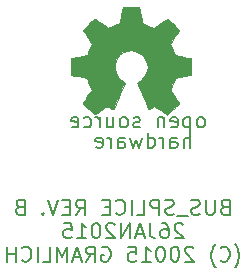
<source format=gbo>
%FSLAX36Y36*%
G04 Gerber Fmt 3.6, Leading zero omitted, Abs format (unit inch)*
G04 Created by KiCad (PCBNEW (2014-jul-16 BZR unknown)-product) date Tue 27 Jan 2015 08:42:02 AM PST*
%MOIN*%
G01*
G04 APERTURE LIST*
%ADD10C,0.003937*%
%ADD11C,0.008000*%
%ADD12C,0.000100*%
G04 APERTURE END LIST*
D10*
D11*
X5206595Y-4937429D02*
X5199452Y-4939810D01*
X5197071Y-4942190D01*
X5194690Y-4946952D01*
X5194690Y-4954095D01*
X5197071Y-4958857D01*
X5199452Y-4961238D01*
X5204214Y-4963619D01*
X5223262Y-4963619D01*
X5223262Y-4913619D01*
X5206595Y-4913619D01*
X5201833Y-4916000D01*
X5199452Y-4918381D01*
X5197071Y-4923143D01*
X5197071Y-4927905D01*
X5199452Y-4932667D01*
X5201833Y-4935048D01*
X5206595Y-4937429D01*
X5223262Y-4937429D01*
X5173262Y-4913619D02*
X5173262Y-4954095D01*
X5170881Y-4958857D01*
X5168500Y-4961238D01*
X5163738Y-4963619D01*
X5154214Y-4963619D01*
X5149452Y-4961238D01*
X5147071Y-4958857D01*
X5144690Y-4954095D01*
X5144690Y-4913619D01*
X5123262Y-4961238D02*
X5116119Y-4963619D01*
X5104214Y-4963619D01*
X5099452Y-4961238D01*
X5097071Y-4958857D01*
X5094690Y-4954095D01*
X5094690Y-4949333D01*
X5097071Y-4944571D01*
X5099452Y-4942190D01*
X5104214Y-4939810D01*
X5113738Y-4937429D01*
X5118500Y-4935048D01*
X5120881Y-4932667D01*
X5123262Y-4927905D01*
X5123262Y-4923143D01*
X5120881Y-4918381D01*
X5118500Y-4916000D01*
X5113738Y-4913619D01*
X5101833Y-4913619D01*
X5094690Y-4916000D01*
X5085167Y-4968381D02*
X5047071Y-4968381D01*
X5037548Y-4961238D02*
X5030405Y-4963619D01*
X5018500Y-4963619D01*
X5013738Y-4961238D01*
X5011357Y-4958857D01*
X5008976Y-4954095D01*
X5008976Y-4949333D01*
X5011357Y-4944571D01*
X5013738Y-4942190D01*
X5018500Y-4939810D01*
X5028024Y-4937429D01*
X5032786Y-4935048D01*
X5035167Y-4932667D01*
X5037548Y-4927905D01*
X5037548Y-4923143D01*
X5035167Y-4918381D01*
X5032786Y-4916000D01*
X5028024Y-4913619D01*
X5016119Y-4913619D01*
X5008976Y-4916000D01*
X4987548Y-4963619D02*
X4987548Y-4913619D01*
X4968500Y-4913619D01*
X4963738Y-4916000D01*
X4961357Y-4918381D01*
X4958976Y-4923143D01*
X4958976Y-4930286D01*
X4961357Y-4935048D01*
X4963738Y-4937429D01*
X4968500Y-4939810D01*
X4987548Y-4939810D01*
X4913738Y-4963619D02*
X4937548Y-4963619D01*
X4937548Y-4913619D01*
X4897071Y-4963619D02*
X4897071Y-4913619D01*
X4844690Y-4958857D02*
X4847071Y-4961238D01*
X4854214Y-4963619D01*
X4858976Y-4963619D01*
X4866119Y-4961238D01*
X4870881Y-4956476D01*
X4873262Y-4951714D01*
X4875643Y-4942190D01*
X4875643Y-4935048D01*
X4873262Y-4925524D01*
X4870881Y-4920762D01*
X4866119Y-4916000D01*
X4858976Y-4913619D01*
X4854214Y-4913619D01*
X4847071Y-4916000D01*
X4844690Y-4918381D01*
X4823262Y-4937429D02*
X4806595Y-4937429D01*
X4799452Y-4963619D02*
X4823262Y-4963619D01*
X4823262Y-4913619D01*
X4799452Y-4913619D01*
X4711357Y-4963619D02*
X4728024Y-4939810D01*
X4739929Y-4963619D02*
X4739929Y-4913619D01*
X4720881Y-4913619D01*
X4716119Y-4916000D01*
X4713738Y-4918381D01*
X4711357Y-4923143D01*
X4711357Y-4930286D01*
X4713738Y-4935048D01*
X4716119Y-4937429D01*
X4720881Y-4939810D01*
X4739929Y-4939810D01*
X4689929Y-4937429D02*
X4673262Y-4937429D01*
X4666119Y-4963619D02*
X4689929Y-4963619D01*
X4689929Y-4913619D01*
X4666119Y-4913619D01*
X4651833Y-4913619D02*
X4635167Y-4963619D01*
X4618500Y-4913619D01*
X4601833Y-4958857D02*
X4599452Y-4961238D01*
X4601833Y-4963619D01*
X4604214Y-4961238D01*
X4601833Y-4958857D01*
X4601833Y-4963619D01*
X4523262Y-4937429D02*
X4516119Y-4939810D01*
X4513738Y-4942190D01*
X4511357Y-4946952D01*
X4511357Y-4954095D01*
X4513738Y-4958857D01*
X4516119Y-4961238D01*
X4520881Y-4963619D01*
X4539929Y-4963619D01*
X4539929Y-4913619D01*
X4523262Y-4913619D01*
X4518500Y-4916000D01*
X4516119Y-4918381D01*
X4513738Y-4923143D01*
X4513738Y-4927905D01*
X4516119Y-4932667D01*
X4518500Y-4935048D01*
X4523262Y-4937429D01*
X4539929Y-4937429D01*
X5068500Y-4996381D02*
X5066119Y-4994000D01*
X5061357Y-4991619D01*
X5049452Y-4991619D01*
X5044690Y-4994000D01*
X5042310Y-4996381D01*
X5039929Y-5001143D01*
X5039929Y-5005905D01*
X5042310Y-5013048D01*
X5070881Y-5041619D01*
X5039929Y-5041619D01*
X4997071Y-4991619D02*
X5006595Y-4991619D01*
X5011357Y-4994000D01*
X5013738Y-4996381D01*
X5018500Y-5003524D01*
X5020881Y-5013048D01*
X5020881Y-5032095D01*
X5018500Y-5036857D01*
X5016119Y-5039238D01*
X5011357Y-5041619D01*
X5001833Y-5041619D01*
X4997071Y-5039238D01*
X4994690Y-5036857D01*
X4992310Y-5032095D01*
X4992310Y-5020190D01*
X4994690Y-5015429D01*
X4997071Y-5013048D01*
X5001833Y-5010667D01*
X5011357Y-5010667D01*
X5016119Y-5013048D01*
X5018500Y-5015429D01*
X5020881Y-5020190D01*
X4956595Y-4991619D02*
X4956595Y-5027333D01*
X4958976Y-5034476D01*
X4963738Y-5039238D01*
X4970881Y-5041619D01*
X4975643Y-5041619D01*
X4935167Y-5027333D02*
X4911357Y-5027333D01*
X4939929Y-5041619D02*
X4923262Y-4991619D01*
X4906595Y-5041619D01*
X4889929Y-5041619D02*
X4889929Y-4991619D01*
X4861357Y-5041619D01*
X4861357Y-4991619D01*
X4839929Y-4996381D02*
X4837548Y-4994000D01*
X4832786Y-4991619D01*
X4820881Y-4991619D01*
X4816119Y-4994000D01*
X4813738Y-4996381D01*
X4811357Y-5001143D01*
X4811357Y-5005905D01*
X4813738Y-5013048D01*
X4842310Y-5041619D01*
X4811357Y-5041619D01*
X4780405Y-4991619D02*
X4775643Y-4991619D01*
X4770881Y-4994000D01*
X4768500Y-4996381D01*
X4766119Y-5001143D01*
X4763738Y-5010667D01*
X4763738Y-5022571D01*
X4766119Y-5032095D01*
X4768500Y-5036857D01*
X4770881Y-5039238D01*
X4775643Y-5041619D01*
X4780405Y-5041619D01*
X4785167Y-5039238D01*
X4787548Y-5036857D01*
X4789929Y-5032095D01*
X4792310Y-5022571D01*
X4792310Y-5010667D01*
X4789929Y-5001143D01*
X4787548Y-4996381D01*
X4785167Y-4994000D01*
X4780405Y-4991619D01*
X4716119Y-5041619D02*
X4744690Y-5041619D01*
X4730405Y-5041619D02*
X4730405Y-4991619D01*
X4735167Y-4998762D01*
X4739929Y-5003524D01*
X4744690Y-5005905D01*
X4670881Y-4991619D02*
X4694690Y-4991619D01*
X4697071Y-5015429D01*
X4694690Y-5013048D01*
X4689929Y-5010667D01*
X4678024Y-5010667D01*
X4673262Y-5013048D01*
X4670881Y-5015429D01*
X4668500Y-5020190D01*
X4668500Y-5032095D01*
X4670881Y-5036857D01*
X4673262Y-5039238D01*
X4678024Y-5041619D01*
X4689929Y-5041619D01*
X4694690Y-5039238D01*
X4697071Y-5036857D01*
X5241119Y-5138667D02*
X5243500Y-5136286D01*
X5248262Y-5129143D01*
X5250643Y-5124381D01*
X5253024Y-5117238D01*
X5255405Y-5105333D01*
X5255405Y-5095810D01*
X5253024Y-5083905D01*
X5250643Y-5076762D01*
X5248262Y-5072000D01*
X5243500Y-5064857D01*
X5241119Y-5062476D01*
X5193500Y-5114857D02*
X5195881Y-5117238D01*
X5203024Y-5119619D01*
X5207786Y-5119619D01*
X5214929Y-5117238D01*
X5219690Y-5112476D01*
X5222071Y-5107714D01*
X5224452Y-5098190D01*
X5224452Y-5091048D01*
X5222071Y-5081524D01*
X5219690Y-5076762D01*
X5214929Y-5072000D01*
X5207786Y-5069619D01*
X5203024Y-5069619D01*
X5195881Y-5072000D01*
X5193500Y-5074381D01*
X5176833Y-5138667D02*
X5174452Y-5136286D01*
X5169690Y-5129143D01*
X5167310Y-5124381D01*
X5164929Y-5117238D01*
X5162548Y-5105333D01*
X5162548Y-5095810D01*
X5164929Y-5083905D01*
X5167310Y-5076762D01*
X5169690Y-5072000D01*
X5174452Y-5064857D01*
X5176833Y-5062476D01*
X5103024Y-5074381D02*
X5100643Y-5072000D01*
X5095881Y-5069619D01*
X5083976Y-5069619D01*
X5079214Y-5072000D01*
X5076833Y-5074381D01*
X5074452Y-5079143D01*
X5074452Y-5083905D01*
X5076833Y-5091048D01*
X5105405Y-5119619D01*
X5074452Y-5119619D01*
X5043500Y-5069619D02*
X5038738Y-5069619D01*
X5033976Y-5072000D01*
X5031595Y-5074381D01*
X5029214Y-5079143D01*
X5026833Y-5088667D01*
X5026833Y-5100571D01*
X5029214Y-5110095D01*
X5031595Y-5114857D01*
X5033976Y-5117238D01*
X5038738Y-5119619D01*
X5043500Y-5119619D01*
X5048262Y-5117238D01*
X5050643Y-5114857D01*
X5053024Y-5110095D01*
X5055405Y-5100571D01*
X5055405Y-5088667D01*
X5053024Y-5079143D01*
X5050643Y-5074381D01*
X5048262Y-5072000D01*
X5043500Y-5069619D01*
X4995881Y-5069619D02*
X4991119Y-5069619D01*
X4986357Y-5072000D01*
X4983976Y-5074381D01*
X4981595Y-5079143D01*
X4979214Y-5088667D01*
X4979214Y-5100571D01*
X4981595Y-5110095D01*
X4983976Y-5114857D01*
X4986357Y-5117238D01*
X4991119Y-5119619D01*
X4995881Y-5119619D01*
X5000643Y-5117238D01*
X5003024Y-5114857D01*
X5005405Y-5110095D01*
X5007786Y-5100571D01*
X5007786Y-5088667D01*
X5005405Y-5079143D01*
X5003024Y-5074381D01*
X5000643Y-5072000D01*
X4995881Y-5069619D01*
X4931595Y-5119619D02*
X4960167Y-5119619D01*
X4945881Y-5119619D02*
X4945881Y-5069619D01*
X4950643Y-5076762D01*
X4955405Y-5081524D01*
X4960167Y-5083905D01*
X4886357Y-5069619D02*
X4910167Y-5069619D01*
X4912548Y-5093429D01*
X4910167Y-5091048D01*
X4905405Y-5088667D01*
X4893500Y-5088667D01*
X4888738Y-5091048D01*
X4886357Y-5093429D01*
X4883976Y-5098190D01*
X4883976Y-5110095D01*
X4886357Y-5114857D01*
X4888738Y-5117238D01*
X4893500Y-5119619D01*
X4905405Y-5119619D01*
X4910167Y-5117238D01*
X4912548Y-5114857D01*
X4798262Y-5072000D02*
X4803024Y-5069619D01*
X4810167Y-5069619D01*
X4817309Y-5072000D01*
X4822071Y-5076762D01*
X4824452Y-5081524D01*
X4826833Y-5091048D01*
X4826833Y-5098190D01*
X4824452Y-5107714D01*
X4822071Y-5112476D01*
X4817309Y-5117238D01*
X4810167Y-5119619D01*
X4805405Y-5119619D01*
X4798262Y-5117238D01*
X4795881Y-5114857D01*
X4795881Y-5098190D01*
X4805405Y-5098190D01*
X4745881Y-5119619D02*
X4762548Y-5095810D01*
X4774452Y-5119619D02*
X4774452Y-5069619D01*
X4755405Y-5069619D01*
X4750643Y-5072000D01*
X4748262Y-5074381D01*
X4745881Y-5079143D01*
X4745881Y-5086286D01*
X4748262Y-5091048D01*
X4750643Y-5093429D01*
X4755405Y-5095810D01*
X4774452Y-5095810D01*
X4726833Y-5105333D02*
X4703024Y-5105333D01*
X4731595Y-5119619D02*
X4714929Y-5069619D01*
X4698262Y-5119619D01*
X4681595Y-5119619D02*
X4681595Y-5069619D01*
X4664929Y-5105333D01*
X4648262Y-5069619D01*
X4648262Y-5119619D01*
X4600643Y-5119619D02*
X4624452Y-5119619D01*
X4624452Y-5069619D01*
X4583976Y-5119619D02*
X4583976Y-5069619D01*
X4531595Y-5114857D02*
X4533976Y-5117238D01*
X4541119Y-5119619D01*
X4545881Y-5119619D01*
X4553024Y-5117238D01*
X4557786Y-5112476D01*
X4560167Y-5107714D01*
X4562548Y-5098190D01*
X4562548Y-5091048D01*
X4560167Y-5081524D01*
X4557786Y-5076762D01*
X4553024Y-5072000D01*
X4545881Y-5069619D01*
X4541119Y-5069619D01*
X4533976Y-5072000D01*
X4531595Y-5074381D01*
X4510167Y-5119619D02*
X4510167Y-5069619D01*
X4510167Y-5093429D02*
X4481595Y-5093429D01*
X4481595Y-5119619D02*
X4481595Y-5069619D01*
X5092895Y-4739619D02*
X5092895Y-4689619D01*
X5071467Y-4739619D02*
X5071467Y-4713429D01*
X5073848Y-4708667D01*
X5078610Y-4706286D01*
X5085752Y-4706286D01*
X5090514Y-4708667D01*
X5092895Y-4711048D01*
X5026229Y-4739619D02*
X5026229Y-4713429D01*
X5028610Y-4708667D01*
X5033371Y-4706286D01*
X5042895Y-4706286D01*
X5047657Y-4708667D01*
X5026229Y-4737238D02*
X5030990Y-4739619D01*
X5042895Y-4739619D01*
X5047657Y-4737238D01*
X5050038Y-4732476D01*
X5050038Y-4727714D01*
X5047657Y-4722952D01*
X5042895Y-4720571D01*
X5030990Y-4720571D01*
X5026229Y-4718190D01*
X5002419Y-4739619D02*
X5002419Y-4706286D01*
X5002419Y-4715810D02*
X5000038Y-4711048D01*
X4997657Y-4708667D01*
X4992895Y-4706286D01*
X4988133Y-4706286D01*
X4950038Y-4739619D02*
X4950038Y-4689619D01*
X4950038Y-4737238D02*
X4954800Y-4739619D01*
X4964324Y-4739619D01*
X4969086Y-4737238D01*
X4971467Y-4734857D01*
X4973848Y-4730095D01*
X4973848Y-4715810D01*
X4971467Y-4711048D01*
X4969086Y-4708667D01*
X4964324Y-4706286D01*
X4954800Y-4706286D01*
X4950038Y-4708667D01*
X4930990Y-4706286D02*
X4921467Y-4739619D01*
X4911943Y-4715810D01*
X4902419Y-4739619D01*
X4892895Y-4706286D01*
X4852419Y-4739619D02*
X4852419Y-4713429D01*
X4854800Y-4708667D01*
X4859562Y-4706286D01*
X4869086Y-4706286D01*
X4873848Y-4708667D01*
X4852419Y-4737238D02*
X4857181Y-4739619D01*
X4869086Y-4739619D01*
X4873848Y-4737238D01*
X4876229Y-4732476D01*
X4876229Y-4727714D01*
X4873848Y-4722952D01*
X4869086Y-4720571D01*
X4857181Y-4720571D01*
X4852419Y-4718190D01*
X4828609Y-4739619D02*
X4828609Y-4706286D01*
X4828609Y-4715810D02*
X4826229Y-4711048D01*
X4823848Y-4708667D01*
X4819086Y-4706286D01*
X4814324Y-4706286D01*
X4778610Y-4737238D02*
X4783371Y-4739619D01*
X4792895Y-4739619D01*
X4797657Y-4737238D01*
X4800038Y-4732476D01*
X4800038Y-4713429D01*
X4797657Y-4708667D01*
X4792895Y-4706286D01*
X4783371Y-4706286D01*
X4778610Y-4708667D01*
X4776229Y-4713429D01*
X4776229Y-4718190D01*
X4800038Y-4722952D01*
X5130952Y-4672619D02*
X5135714Y-4670238D01*
X5138095Y-4667857D01*
X5140476Y-4663095D01*
X5140476Y-4648810D01*
X5138095Y-4644048D01*
X5135714Y-4641667D01*
X5130952Y-4639286D01*
X5123810Y-4639286D01*
X5119048Y-4641667D01*
X5116667Y-4644048D01*
X5114286Y-4648810D01*
X5114286Y-4663095D01*
X5116667Y-4667857D01*
X5119048Y-4670238D01*
X5123810Y-4672619D01*
X5130952Y-4672619D01*
X5092857Y-4639286D02*
X5092857Y-4689286D01*
X5092857Y-4641667D02*
X5088095Y-4639286D01*
X5078571Y-4639286D01*
X5073810Y-4641667D01*
X5071429Y-4644048D01*
X5069048Y-4648810D01*
X5069048Y-4663095D01*
X5071429Y-4667857D01*
X5073810Y-4670238D01*
X5078571Y-4672619D01*
X5088095Y-4672619D01*
X5092857Y-4670238D01*
X5028571Y-4670238D02*
X5033333Y-4672619D01*
X5042857Y-4672619D01*
X5047619Y-4670238D01*
X5050000Y-4665476D01*
X5050000Y-4646429D01*
X5047619Y-4641667D01*
X5042857Y-4639286D01*
X5033333Y-4639286D01*
X5028571Y-4641667D01*
X5026190Y-4646429D01*
X5026190Y-4651190D01*
X5050000Y-4655952D01*
X5004762Y-4639286D02*
X5004762Y-4672619D01*
X5004762Y-4644048D02*
X5002381Y-4641667D01*
X4997619Y-4639286D01*
X4990476Y-4639286D01*
X4985714Y-4641667D01*
X4983333Y-4646429D01*
X4983333Y-4672619D01*
X4923809Y-4670238D02*
X4919048Y-4672619D01*
X4909524Y-4672619D01*
X4904762Y-4670238D01*
X4902381Y-4665476D01*
X4902381Y-4663095D01*
X4904762Y-4658333D01*
X4909524Y-4655952D01*
X4916667Y-4655952D01*
X4921429Y-4653571D01*
X4923809Y-4648810D01*
X4923809Y-4646429D01*
X4921429Y-4641667D01*
X4916667Y-4639286D01*
X4909524Y-4639286D01*
X4904762Y-4641667D01*
X4873809Y-4672619D02*
X4878571Y-4670238D01*
X4880952Y-4667857D01*
X4883333Y-4663095D01*
X4883333Y-4648810D01*
X4880952Y-4644048D01*
X4878571Y-4641667D01*
X4873809Y-4639286D01*
X4866667Y-4639286D01*
X4861905Y-4641667D01*
X4859524Y-4644048D01*
X4857143Y-4648810D01*
X4857143Y-4663095D01*
X4859524Y-4667857D01*
X4861905Y-4670238D01*
X4866667Y-4672619D01*
X4873809Y-4672619D01*
X4814286Y-4639286D02*
X4814286Y-4672619D01*
X4835714Y-4639286D02*
X4835714Y-4665476D01*
X4833333Y-4670238D01*
X4828571Y-4672619D01*
X4821429Y-4672619D01*
X4816667Y-4670238D01*
X4814286Y-4667857D01*
X4790476Y-4672619D02*
X4790476Y-4639286D01*
X4790476Y-4648810D02*
X4788095Y-4644048D01*
X4785714Y-4641667D01*
X4780952Y-4639286D01*
X4776190Y-4639286D01*
X4738095Y-4670238D02*
X4742857Y-4672619D01*
X4752381Y-4672619D01*
X4757143Y-4670238D01*
X4759524Y-4667857D01*
X4761905Y-4663095D01*
X4761905Y-4648810D01*
X4759524Y-4644048D01*
X4757143Y-4641667D01*
X4752381Y-4639286D01*
X4742857Y-4639286D01*
X4738095Y-4641667D01*
X4697619Y-4670238D02*
X4702381Y-4672619D01*
X4711905Y-4672619D01*
X4716667Y-4670238D01*
X4719048Y-4665476D01*
X4719048Y-4646429D01*
X4716667Y-4641667D01*
X4711905Y-4639286D01*
X4702381Y-4639286D01*
X4697619Y-4641667D01*
X4695238Y-4646429D01*
X4695238Y-4651190D01*
X4719048Y-4655952D01*
D12*
G36*
X5016200Y-4629600D02*
X5014100Y-4628600D01*
X5009400Y-4625600D01*
X5002800Y-4621200D01*
X4994900Y-4615900D01*
X4987000Y-4610600D01*
X4980400Y-4606200D01*
X4975900Y-4603300D01*
X4974000Y-4602200D01*
X4973000Y-4602600D01*
X4969200Y-4604400D01*
X4963700Y-4607300D01*
X4960600Y-4608900D01*
X4955500Y-4611100D01*
X4953100Y-4611500D01*
X4952600Y-4610800D01*
X4950800Y-4607000D01*
X4947900Y-4600400D01*
X4944100Y-4591800D01*
X4939800Y-4581600D01*
X4935200Y-4570700D01*
X4930500Y-4559500D01*
X4926100Y-4548800D01*
X4922200Y-4539300D01*
X4919100Y-4531500D01*
X4917000Y-4526100D01*
X4916200Y-4523700D01*
X4916500Y-4523300D01*
X4919000Y-4520800D01*
X4923400Y-4517500D01*
X4932800Y-4509900D01*
X4942200Y-4498200D01*
X4947900Y-4484900D01*
X4949700Y-4470200D01*
X4948100Y-4456600D01*
X4942800Y-4443500D01*
X4933600Y-4431700D01*
X4922500Y-4422900D01*
X4909600Y-4417400D01*
X4895000Y-4415600D01*
X4881100Y-4417200D01*
X4867700Y-4422400D01*
X4855900Y-4431400D01*
X4850900Y-4437200D01*
X4844000Y-4449100D01*
X4840100Y-4461900D01*
X4839700Y-4465200D01*
X4840300Y-4479200D01*
X4844400Y-4492700D01*
X4851900Y-4504700D01*
X4862200Y-4514600D01*
X4863400Y-4515500D01*
X4868200Y-4519100D01*
X4871400Y-4521500D01*
X4873900Y-4523600D01*
X4856000Y-4566600D01*
X4853200Y-4573500D01*
X4848300Y-4585200D01*
X4843900Y-4595400D01*
X4840500Y-4603500D01*
X4838100Y-4608800D01*
X4837100Y-4611000D01*
X4836900Y-4611100D01*
X4835400Y-4611400D01*
X4832100Y-4610200D01*
X4826100Y-4607300D01*
X4822100Y-4605300D01*
X4817500Y-4603100D01*
X4815500Y-4602200D01*
X4813800Y-4603200D01*
X4809300Y-4606000D01*
X4802900Y-4610300D01*
X4795200Y-4615500D01*
X4787900Y-4620500D01*
X4781200Y-4625000D01*
X4776200Y-4628100D01*
X4773900Y-4629400D01*
X4773500Y-4629400D01*
X4771400Y-4628200D01*
X4767500Y-4625000D01*
X4761600Y-4619400D01*
X4753300Y-4611300D01*
X4752100Y-4610000D01*
X4745300Y-4603100D01*
X4739700Y-4597200D01*
X4736000Y-4593100D01*
X4734700Y-4591200D01*
X4734700Y-4591200D01*
X4735900Y-4588900D01*
X4739000Y-4584000D01*
X4743500Y-4577100D01*
X4748900Y-4569100D01*
X4763200Y-4548400D01*
X4755300Y-4528900D01*
X4752900Y-4522900D01*
X4749900Y-4515600D01*
X4747600Y-4510400D01*
X4746400Y-4508200D01*
X4744300Y-4507400D01*
X4739000Y-4506100D01*
X4731200Y-4504500D01*
X4722000Y-4502800D01*
X4713200Y-4501200D01*
X4705200Y-4499700D01*
X4699400Y-4498600D01*
X4696800Y-4498000D01*
X4696200Y-4497700D01*
X4695700Y-4496400D01*
X4695400Y-4493700D01*
X4695200Y-4488900D01*
X4695100Y-4481300D01*
X4695100Y-4470200D01*
X4695100Y-4469000D01*
X4695200Y-4458500D01*
X4695300Y-4450100D01*
X4695600Y-4444700D01*
X4696000Y-4442500D01*
X4696000Y-4442500D01*
X4698500Y-4441900D01*
X4704100Y-4440700D01*
X4712100Y-4439100D01*
X4721600Y-4437300D01*
X4722200Y-4437200D01*
X4731600Y-4435400D01*
X4739600Y-4433700D01*
X4745100Y-4432400D01*
X4747500Y-4431700D01*
X4747900Y-4431000D01*
X4749900Y-4427400D01*
X4752600Y-4421500D01*
X4755700Y-4414300D01*
X4758800Y-4406900D01*
X4761500Y-4400200D01*
X4763300Y-4395200D01*
X4763800Y-4393000D01*
X4763800Y-4392900D01*
X4762300Y-4390600D01*
X4759100Y-4385800D01*
X4754500Y-4378900D01*
X4749000Y-4370900D01*
X4748500Y-4370300D01*
X4743100Y-4362300D01*
X4738700Y-4355500D01*
X4735800Y-4350700D01*
X4734700Y-4348500D01*
X4734700Y-4348400D01*
X4736500Y-4346000D01*
X4740600Y-4341500D01*
X4746400Y-4335400D01*
X4753400Y-4328300D01*
X4755600Y-4326100D01*
X4763400Y-4318500D01*
X4768800Y-4313600D01*
X4772200Y-4310900D01*
X4773800Y-4310300D01*
X4773800Y-4310400D01*
X4776200Y-4311800D01*
X4781300Y-4315100D01*
X4788100Y-4319800D01*
X4796200Y-4325300D01*
X4796800Y-4325700D01*
X4804800Y-4331100D01*
X4811500Y-4335600D01*
X4816200Y-4338700D01*
X4818300Y-4340000D01*
X4818600Y-4340000D01*
X4821900Y-4339000D01*
X4827600Y-4337000D01*
X4834600Y-4334300D01*
X4842000Y-4331400D01*
X4848700Y-4328500D01*
X4853700Y-4326200D01*
X4856100Y-4324900D01*
X4856200Y-4324700D01*
X4857000Y-4321900D01*
X4858400Y-4315900D01*
X4860100Y-4307700D01*
X4861900Y-4297900D01*
X4862200Y-4296300D01*
X4864000Y-4286800D01*
X4865600Y-4278900D01*
X4866700Y-4273500D01*
X4867200Y-4271200D01*
X4868600Y-4270900D01*
X4873300Y-4270600D01*
X4880400Y-4270400D01*
X4889000Y-4270300D01*
X4898000Y-4270400D01*
X4906900Y-4270500D01*
X4914400Y-4270800D01*
X4919800Y-4271200D01*
X4922100Y-4271600D01*
X4922100Y-4271800D01*
X4923000Y-4274700D01*
X4924300Y-4280700D01*
X4926000Y-4289000D01*
X4927800Y-4298800D01*
X4928200Y-4300500D01*
X4930000Y-4310000D01*
X4931600Y-4317800D01*
X4932700Y-4323200D01*
X4933300Y-4325300D01*
X4934200Y-4325800D01*
X4938100Y-4327500D01*
X4944500Y-4330100D01*
X4952400Y-4333300D01*
X4970700Y-4340700D01*
X4993100Y-4325300D01*
X4995200Y-4323900D01*
X5003300Y-4318400D01*
X5009900Y-4314000D01*
X5014500Y-4311000D01*
X5016400Y-4309900D01*
X5016600Y-4310000D01*
X5018800Y-4312000D01*
X5023300Y-4316200D01*
X5029300Y-4322100D01*
X5036400Y-4329100D01*
X5041600Y-4334300D01*
X5047800Y-4340600D01*
X5051700Y-4344900D01*
X5053900Y-4347600D01*
X5054600Y-4349200D01*
X5054500Y-4350300D01*
X5053000Y-4352600D01*
X5049700Y-4357600D01*
X5045100Y-4364400D01*
X5039600Y-4372300D01*
X5035100Y-4378900D01*
X5030200Y-4386500D01*
X5027100Y-4391900D01*
X5026000Y-4394500D01*
X5026300Y-4395600D01*
X5027800Y-4400000D01*
X5030500Y-4406600D01*
X5033900Y-4414500D01*
X5041700Y-4432300D01*
X5053300Y-4434500D01*
X5060400Y-4435900D01*
X5070200Y-4437800D01*
X5079700Y-4439600D01*
X5094400Y-4442500D01*
X5095000Y-4496700D01*
X5092700Y-4497600D01*
X5090500Y-4498200D01*
X5085000Y-4499400D01*
X5077200Y-4501000D01*
X5068000Y-4502700D01*
X5060200Y-4504200D01*
X5052300Y-4505700D01*
X5046600Y-4506800D01*
X5044100Y-4507300D01*
X5043500Y-4508200D01*
X5041500Y-4512000D01*
X5038700Y-4518100D01*
X5035500Y-4525400D01*
X5032400Y-4533000D01*
X5029600Y-4540000D01*
X5027700Y-4545300D01*
X5026900Y-4548100D01*
X5028000Y-4550200D01*
X5031000Y-4554800D01*
X5035400Y-4561400D01*
X5040700Y-4569300D01*
X5046100Y-4577100D01*
X5050600Y-4583800D01*
X5053800Y-4588700D01*
X5055100Y-4590900D01*
X5054500Y-4592400D01*
X5051300Y-4596200D01*
X5045400Y-4602300D01*
X5036600Y-4611000D01*
X5035100Y-4612400D01*
X5028100Y-4619200D01*
X5022200Y-4624600D01*
X5018100Y-4628300D01*
X5016200Y-4629600D01*
X5016200Y-4629600D01*
G37*
X5016200Y-4629600D02*
X5014100Y-4628600D01*
X5009400Y-4625600D01*
X5002800Y-4621200D01*
X4994900Y-4615900D01*
X4987000Y-4610600D01*
X4980400Y-4606200D01*
X4975900Y-4603300D01*
X4974000Y-4602200D01*
X4973000Y-4602600D01*
X4969200Y-4604400D01*
X4963700Y-4607300D01*
X4960600Y-4608900D01*
X4955500Y-4611100D01*
X4953100Y-4611500D01*
X4952600Y-4610800D01*
X4950800Y-4607000D01*
X4947900Y-4600400D01*
X4944100Y-4591800D01*
X4939800Y-4581600D01*
X4935200Y-4570700D01*
X4930500Y-4559500D01*
X4926100Y-4548800D01*
X4922200Y-4539300D01*
X4919100Y-4531500D01*
X4917000Y-4526100D01*
X4916200Y-4523700D01*
X4916500Y-4523300D01*
X4919000Y-4520800D01*
X4923400Y-4517500D01*
X4932800Y-4509900D01*
X4942200Y-4498200D01*
X4947900Y-4484900D01*
X4949700Y-4470200D01*
X4948100Y-4456600D01*
X4942800Y-4443500D01*
X4933600Y-4431700D01*
X4922500Y-4422900D01*
X4909600Y-4417400D01*
X4895000Y-4415600D01*
X4881100Y-4417200D01*
X4867700Y-4422400D01*
X4855900Y-4431400D01*
X4850900Y-4437200D01*
X4844000Y-4449100D01*
X4840100Y-4461900D01*
X4839700Y-4465200D01*
X4840300Y-4479200D01*
X4844400Y-4492700D01*
X4851900Y-4504700D01*
X4862200Y-4514600D01*
X4863400Y-4515500D01*
X4868200Y-4519100D01*
X4871400Y-4521500D01*
X4873900Y-4523600D01*
X4856000Y-4566600D01*
X4853200Y-4573500D01*
X4848300Y-4585200D01*
X4843900Y-4595400D01*
X4840500Y-4603500D01*
X4838100Y-4608800D01*
X4837100Y-4611000D01*
X4836900Y-4611100D01*
X4835400Y-4611400D01*
X4832100Y-4610200D01*
X4826100Y-4607300D01*
X4822100Y-4605300D01*
X4817500Y-4603100D01*
X4815500Y-4602200D01*
X4813800Y-4603200D01*
X4809300Y-4606000D01*
X4802900Y-4610300D01*
X4795200Y-4615500D01*
X4787900Y-4620500D01*
X4781200Y-4625000D01*
X4776200Y-4628100D01*
X4773900Y-4629400D01*
X4773500Y-4629400D01*
X4771400Y-4628200D01*
X4767500Y-4625000D01*
X4761600Y-4619400D01*
X4753300Y-4611300D01*
X4752100Y-4610000D01*
X4745300Y-4603100D01*
X4739700Y-4597200D01*
X4736000Y-4593100D01*
X4734700Y-4591200D01*
X4734700Y-4591200D01*
X4735900Y-4588900D01*
X4739000Y-4584000D01*
X4743500Y-4577100D01*
X4748900Y-4569100D01*
X4763200Y-4548400D01*
X4755300Y-4528900D01*
X4752900Y-4522900D01*
X4749900Y-4515600D01*
X4747600Y-4510400D01*
X4746400Y-4508200D01*
X4744300Y-4507400D01*
X4739000Y-4506100D01*
X4731200Y-4504500D01*
X4722000Y-4502800D01*
X4713200Y-4501200D01*
X4705200Y-4499700D01*
X4699400Y-4498600D01*
X4696800Y-4498000D01*
X4696200Y-4497700D01*
X4695700Y-4496400D01*
X4695400Y-4493700D01*
X4695200Y-4488900D01*
X4695100Y-4481300D01*
X4695100Y-4470200D01*
X4695100Y-4469000D01*
X4695200Y-4458500D01*
X4695300Y-4450100D01*
X4695600Y-4444700D01*
X4696000Y-4442500D01*
X4696000Y-4442500D01*
X4698500Y-4441900D01*
X4704100Y-4440700D01*
X4712100Y-4439100D01*
X4721600Y-4437300D01*
X4722200Y-4437200D01*
X4731600Y-4435400D01*
X4739600Y-4433700D01*
X4745100Y-4432400D01*
X4747500Y-4431700D01*
X4747900Y-4431000D01*
X4749900Y-4427400D01*
X4752600Y-4421500D01*
X4755700Y-4414300D01*
X4758800Y-4406900D01*
X4761500Y-4400200D01*
X4763300Y-4395200D01*
X4763800Y-4393000D01*
X4763800Y-4392900D01*
X4762300Y-4390600D01*
X4759100Y-4385800D01*
X4754500Y-4378900D01*
X4749000Y-4370900D01*
X4748500Y-4370300D01*
X4743100Y-4362300D01*
X4738700Y-4355500D01*
X4735800Y-4350700D01*
X4734700Y-4348500D01*
X4734700Y-4348400D01*
X4736500Y-4346000D01*
X4740600Y-4341500D01*
X4746400Y-4335400D01*
X4753400Y-4328300D01*
X4755600Y-4326100D01*
X4763400Y-4318500D01*
X4768800Y-4313600D01*
X4772200Y-4310900D01*
X4773800Y-4310300D01*
X4773800Y-4310400D01*
X4776200Y-4311800D01*
X4781300Y-4315100D01*
X4788100Y-4319800D01*
X4796200Y-4325300D01*
X4796800Y-4325700D01*
X4804800Y-4331100D01*
X4811500Y-4335600D01*
X4816200Y-4338700D01*
X4818300Y-4340000D01*
X4818600Y-4340000D01*
X4821900Y-4339000D01*
X4827600Y-4337000D01*
X4834600Y-4334300D01*
X4842000Y-4331400D01*
X4848700Y-4328500D01*
X4853700Y-4326200D01*
X4856100Y-4324900D01*
X4856200Y-4324700D01*
X4857000Y-4321900D01*
X4858400Y-4315900D01*
X4860100Y-4307700D01*
X4861900Y-4297900D01*
X4862200Y-4296300D01*
X4864000Y-4286800D01*
X4865600Y-4278900D01*
X4866700Y-4273500D01*
X4867200Y-4271200D01*
X4868600Y-4270900D01*
X4873300Y-4270600D01*
X4880400Y-4270400D01*
X4889000Y-4270300D01*
X4898000Y-4270400D01*
X4906900Y-4270500D01*
X4914400Y-4270800D01*
X4919800Y-4271200D01*
X4922100Y-4271600D01*
X4922100Y-4271800D01*
X4923000Y-4274700D01*
X4924300Y-4280700D01*
X4926000Y-4289000D01*
X4927800Y-4298800D01*
X4928200Y-4300500D01*
X4930000Y-4310000D01*
X4931600Y-4317800D01*
X4932700Y-4323200D01*
X4933300Y-4325300D01*
X4934200Y-4325800D01*
X4938100Y-4327500D01*
X4944500Y-4330100D01*
X4952400Y-4333300D01*
X4970700Y-4340700D01*
X4993100Y-4325300D01*
X4995200Y-4323900D01*
X5003300Y-4318400D01*
X5009900Y-4314000D01*
X5014500Y-4311000D01*
X5016400Y-4309900D01*
X5016600Y-4310000D01*
X5018800Y-4312000D01*
X5023300Y-4316200D01*
X5029300Y-4322100D01*
X5036400Y-4329100D01*
X5041600Y-4334300D01*
X5047800Y-4340600D01*
X5051700Y-4344900D01*
X5053900Y-4347600D01*
X5054600Y-4349200D01*
X5054500Y-4350300D01*
X5053000Y-4352600D01*
X5049700Y-4357600D01*
X5045100Y-4364400D01*
X5039600Y-4372300D01*
X5035100Y-4378900D01*
X5030200Y-4386500D01*
X5027100Y-4391900D01*
X5026000Y-4394500D01*
X5026300Y-4395600D01*
X5027800Y-4400000D01*
X5030500Y-4406600D01*
X5033900Y-4414500D01*
X5041700Y-4432300D01*
X5053300Y-4434500D01*
X5060400Y-4435900D01*
X5070200Y-4437800D01*
X5079700Y-4439600D01*
X5094400Y-4442500D01*
X5095000Y-4496700D01*
X5092700Y-4497600D01*
X5090500Y-4498200D01*
X5085000Y-4499400D01*
X5077200Y-4501000D01*
X5068000Y-4502700D01*
X5060200Y-4504200D01*
X5052300Y-4505700D01*
X5046600Y-4506800D01*
X5044100Y-4507300D01*
X5043500Y-4508200D01*
X5041500Y-4512000D01*
X5038700Y-4518100D01*
X5035500Y-4525400D01*
X5032400Y-4533000D01*
X5029600Y-4540000D01*
X5027700Y-4545300D01*
X5026900Y-4548100D01*
X5028000Y-4550200D01*
X5031000Y-4554800D01*
X5035400Y-4561400D01*
X5040700Y-4569300D01*
X5046100Y-4577100D01*
X5050600Y-4583800D01*
X5053800Y-4588700D01*
X5055100Y-4590900D01*
X5054500Y-4592400D01*
X5051300Y-4596200D01*
X5045400Y-4602300D01*
X5036600Y-4611000D01*
X5035100Y-4612400D01*
X5028100Y-4619200D01*
X5022200Y-4624600D01*
X5018100Y-4628300D01*
X5016200Y-4629600D01*
M02*

</source>
